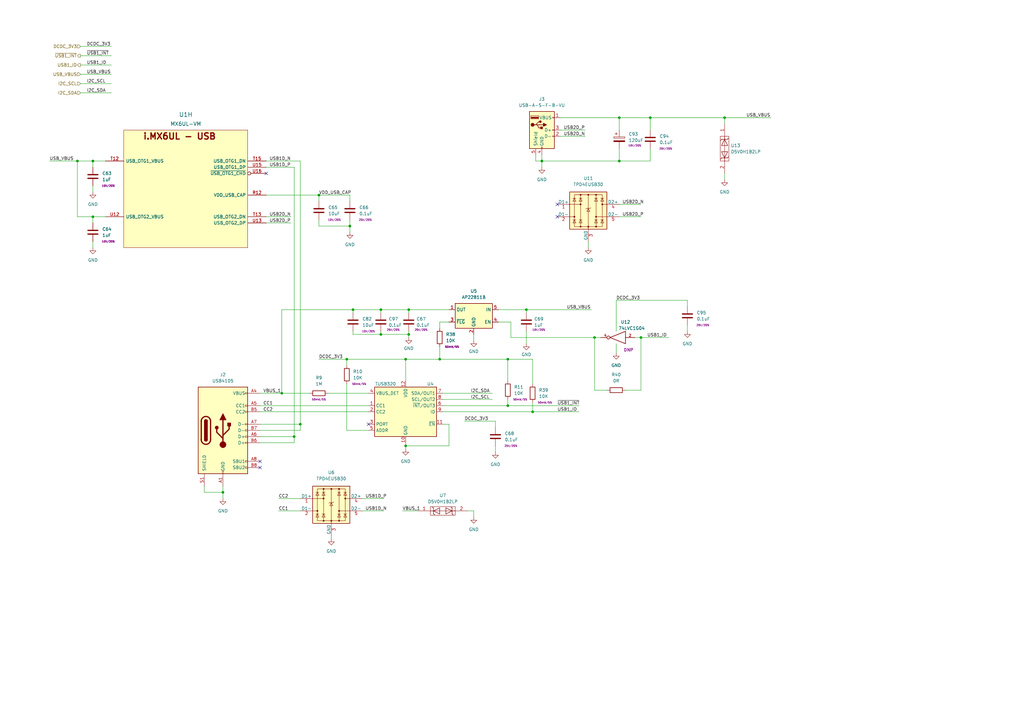
<source format=kicad_sch>
(kicad_sch (version 20211123) (generator eeschema)
  (paper "A3")
  (junction (at 180.34 147.32))
  (junction (at 262.89 138.43))
  (junction (at 243.84 138.43))
  (junction (at 123.19 173.99))
  (junction (at 167.64 137.16))
  (junction (at 208.28 166.37))
  (junction (at 120.65 179.07))
  (junction (at 38.1 88.9))
  (junction (at 266.7 48.26))
  (junction (at 166.37 147.32))
  (junction (at 130.81 80.01))
  (junction (at 254 48.26))
  (junction (at 208.28 147.32))
  (junction (at 156.21 127))
  (junction (at 156.21 137.16))
  (junction (at 142.24 147.32))
  (junction (at 218.44 168.91))
  (junction (at 215.9 127))
  (junction (at 222.25 66.04))
  (junction (at 31.75 66.04))
  (junction (at 91.44 201.93))
  (junction (at 143.51 92.71))
  (junction (at 115.57 161.29))
  (junction (at 144.78 127))
  (junction (at 38.1 66.04))
  (junction (at 297.18 48.26))
  (junction (at 167.64 127))
  (junction (at 166.37 182.88))
  (junction (at 254 66.04))
  (no_connect (at 151.13 173.99))
  (no_connect (at 228.6 88.9))
  (no_connect (at 228.6 83.82))
  (no_connect (at 109.22 71.12))
  (no_connect (at 106.68 189.23))
  (no_connect (at 106.68 191.77))
  (wire (pts (xy 167.64 137.16) (xy 167.64 138.43)))
  (wire (pts (xy 190.5 172.72) (xy 203.2 172.72)))
  (wire (pts (xy 203.2 175.26) (xy 203.2 172.72)))
  (wire (pts (xy 254 66.04) (xy 222.25 66.04)))
  (wire (pts (xy 115.57 127) (xy 144.78 127)))
  (wire (pts (xy 219.71 63.5) (xy 219.71 66.04)))
  (wire (pts (xy 114.3 209.55) (xy 123.19 209.55)))
  (wire (pts (xy 135.89 219.71) (xy 135.89 220.98)))
  (wire (pts (xy 203.2 182.88) (xy 203.2 185.42)))
  (wire (pts (xy 218.44 147.32) (xy 218.44 157.48)))
  (wire (pts (xy 181.61 161.29) (xy 201.93 161.29)))
  (wire (pts (xy 156.21 127) (xy 156.21 128.27)))
  (wire (pts (xy 208.28 166.37) (xy 237.49 166.37)))
  (wire (pts (xy 266.7 66.04) (xy 254 66.04)))
  (wire (pts (xy 266.7 48.26) (xy 297.18 48.26)))
  (wire (pts (xy 241.3 99.06) (xy 241.3 101.6)))
  (wire (pts (xy 222.25 66.04) (xy 222.25 68.58)))
  (wire (pts (xy 281.94 125.73) (xy 281.94 123.19)))
  (wire (pts (xy 181.61 168.91) (xy 218.44 168.91)))
  (wire (pts (xy 109.22 91.44) (xy 119.38 91.44)))
  (wire (pts (xy 20.32 66.04) (xy 31.75 66.04)))
  (wire (pts (xy 31.75 66.04) (xy 38.1 66.04)))
  (wire (pts (xy 115.57 127) (xy 115.57 161.29)))
  (wire (pts (xy 167.64 135.89) (xy 167.64 137.16)))
  (wire (pts (xy 243.84 138.43) (xy 246.38 138.43)))
  (wire (pts (xy 209.55 132.08) (xy 209.55 138.43)))
  (wire (pts (xy 38.1 88.9) (xy 31.75 88.9)))
  (wire (pts (xy 31.75 88.9) (xy 31.75 66.04)))
  (wire (pts (xy 165.1 209.55) (xy 171.45 209.55)))
  (wire (pts (xy 106.68 161.29) (xy 115.57 161.29)))
  (wire (pts (xy 130.81 80.01) (xy 143.51 80.01)))
  (wire (pts (xy 143.51 80.01) (xy 143.51 82.55)))
  (wire (pts (xy 109.22 80.01) (xy 130.81 80.01)))
  (wire (pts (xy 167.64 127) (xy 184.15 127)))
  (wire (pts (xy 106.68 179.07) (xy 120.65 179.07)))
  (wire (pts (xy 106.68 181.61) (xy 120.65 181.61)))
  (wire (pts (xy 218.44 165.1) (xy 218.44 168.91)))
  (wire (pts (xy 123.19 176.53) (xy 106.68 176.53)))
  (wire (pts (xy 209.55 138.43) (xy 243.84 138.43)))
  (wire (pts (xy 254 88.9) (xy 262.89 88.9)))
  (wire (pts (xy 229.87 48.26) (xy 254 48.26)))
  (wire (pts (xy 142.24 157.48) (xy 142.24 176.53)))
  (wire (pts (xy 142.24 176.53) (xy 151.13 176.53)))
  (wire (pts (xy 33.02 22.86) (xy 45.72 22.86)))
  (wire (pts (xy 123.19 66.04) (xy 123.19 173.99)))
  (wire (pts (xy 109.22 66.04) (xy 123.19 66.04)))
  (wire (pts (xy 254 60.96) (xy 254 66.04)))
  (wire (pts (xy 144.78 127) (xy 144.78 128.27)))
  (wire (pts (xy 83.82 199.39) (xy 83.82 201.93)))
  (wire (pts (xy 83.82 201.93) (xy 91.44 201.93)))
  (wire (pts (xy 130.81 90.17) (xy 130.81 92.71)))
  (wire (pts (xy 130.81 92.71) (xy 143.51 92.71)))
  (wire (pts (xy 38.1 99.06) (xy 38.1 101.6)))
  (wire (pts (xy 260.35 138.43) (xy 262.89 138.43)))
  (wire (pts (xy 143.51 92.71) (xy 143.51 95.25)))
  (wire (pts (xy 143.51 90.17) (xy 143.51 92.71)))
  (wire (pts (xy 38.1 76.2) (xy 38.1 78.74)))
  (wire (pts (xy 297.18 48.26) (xy 297.18 50.8)))
  (wire (pts (xy 156.21 135.89) (xy 156.21 137.16)))
  (wire (pts (xy 33.02 19.05) (xy 45.72 19.05)))
  (wire (pts (xy 109.22 88.9) (xy 119.38 88.9)))
  (wire (pts (xy 194.31 137.16) (xy 194.31 139.7)))
  (wire (pts (xy 38.1 91.44) (xy 38.1 88.9)))
  (wire (pts (xy 38.1 88.9) (xy 43.18 88.9)))
  (wire (pts (xy 215.9 135.89) (xy 215.9 140.97)))
  (wire (pts (xy 208.28 166.37) (xy 208.28 163.83)))
  (wire (pts (xy 181.61 166.37) (xy 208.28 166.37)))
  (wire (pts (xy 166.37 147.32) (xy 166.37 156.21)))
  (wire (pts (xy 142.24 147.32) (xy 166.37 147.32)))
  (wire (pts (xy 130.81 147.32) (xy 142.24 147.32)))
  (wire (pts (xy 262.89 138.43) (xy 274.32 138.43)))
  (wire (pts (xy 254 48.26) (xy 266.7 48.26)))
  (wire (pts (xy 156.21 127) (xy 167.64 127)))
  (wire (pts (xy 208.28 156.21) (xy 208.28 147.32)))
  (wire (pts (xy 208.28 147.32) (xy 180.34 147.32)))
  (wire (pts (xy 156.21 137.16) (xy 167.64 137.16)))
  (wire (pts (xy 184.15 132.08) (xy 180.34 132.08)))
  (wire (pts (xy 106.68 166.37) (xy 151.13 166.37)))
  (wire (pts (xy 33.02 38.1) (xy 45.72 38.1)))
  (wire (pts (xy 252.73 140.97) (xy 252.73 144.78)))
  (wire (pts (xy 180.34 147.32) (xy 166.37 147.32)))
  (wire (pts (xy 148.59 209.55) (xy 157.48 209.55)))
  (wire (pts (xy 130.81 80.01) (xy 130.81 82.55)))
  (wire (pts (xy 33.02 30.48) (xy 45.72 30.48)))
  (wire (pts (xy 248.92 160.02) (xy 243.84 160.02)))
  (wire (pts (xy 297.18 48.26) (xy 316.23 48.26)))
  (wire (pts (xy 114.3 204.47) (xy 123.19 204.47)))
  (wire (pts (xy 144.78 135.89) (xy 144.78 137.16)))
  (wire (pts (xy 297.18 71.12) (xy 297.18 73.66)))
  (wire (pts (xy 215.9 127) (xy 215.9 128.27)))
  (wire (pts (xy 204.47 127) (xy 215.9 127)))
  (wire (pts (xy 252.73 123.19) (xy 252.73 135.89)))
  (wire (pts (xy 123.19 173.99) (xy 123.19 176.53)))
  (wire (pts (xy 222.25 63.5) (xy 222.25 66.04)))
  (wire (pts (xy 38.1 66.04) (xy 43.18 66.04)))
  (wire (pts (xy 38.1 66.04) (xy 38.1 68.58)))
  (wire (pts (xy 219.71 66.04) (xy 222.25 66.04)))
  (wire (pts (xy 166.37 181.61) (xy 166.37 182.88)))
  (wire (pts (xy 166.37 182.88) (xy 166.37 184.15)))
  (wire (pts (xy 215.9 127) (xy 242.57 127)))
  (wire (pts (xy 229.87 53.34) (xy 240.03 53.34)))
  (wire (pts (xy 208.28 147.32) (xy 218.44 147.32)))
  (wire (pts (xy 281.94 133.35) (xy 281.94 135.89)))
  (wire (pts (xy 144.78 127) (xy 156.21 127)))
  (wire (pts (xy 33.02 26.67) (xy 45.72 26.67)))
  (wire (pts (xy 229.87 55.88) (xy 240.03 55.88)))
  (wire (pts (xy 254 83.82) (xy 262.89 83.82)))
  (wire (pts (xy 144.78 137.16) (xy 156.21 137.16)))
  (wire (pts (xy 134.62 161.29) (xy 151.13 161.29)))
  (wire (pts (xy 256.54 160.02) (xy 262.89 160.02)))
  (wire (pts (xy 252.73 123.19) (xy 281.94 123.19)))
  (wire (pts (xy 204.47 132.08) (xy 209.55 132.08)))
  (wire (pts (xy 266.7 48.26) (xy 266.7 53.34)))
  (wire (pts (xy 243.84 138.43) (xy 243.84 160.02)))
  (wire (pts (xy 180.34 142.24) (xy 180.34 147.32)))
  (wire (pts (xy 120.65 181.61) (xy 120.65 179.07)))
  (wire (pts (xy 33.02 34.29) (xy 45.72 34.29)))
  (wire (pts (xy 115.57 161.29) (xy 127 161.29)))
  (wire (pts (xy 148.59 204.47) (xy 157.48 204.47)))
  (wire (pts (xy 180.34 132.08) (xy 180.34 134.62)))
  (wire (pts (xy 120.65 68.58) (xy 120.65 179.07)))
  (wire (pts (xy 109.22 68.58) (xy 120.65 68.58)))
  (wire (pts (xy 106.68 173.99) (xy 123.19 173.99)))
  (wire (pts (xy 218.44 168.91) (xy 237.49 168.91)))
  (wire (pts (xy 91.44 201.93) (xy 91.44 204.47)))
  (wire (pts (xy 91.44 199.39) (xy 91.44 201.93)))
  (wire (pts (xy 106.68 168.91) (xy 151.13 168.91)))
  (wire (pts (xy 142.24 147.32) (xy 142.24 149.86)))
  (wire (pts (xy 181.61 163.83) (xy 201.93 163.83)))
  (wire (pts (xy 262.89 160.02) (xy 262.89 138.43)))
  (wire (pts (xy 254 48.26) (xy 254 53.34)))
  (wire (pts (xy 167.64 127) (xy 167.64 128.27)))
  (wire (pts (xy 194.31 212.09) (xy 194.31 209.55)))
  (wire (pts (xy 194.31 209.55) (xy 191.77 209.55)))
  (wire (pts (xy 266.7 60.96) (xy 266.7 66.04)))
  (wire (pts (xy 184.15 173.99) (xy 184.15 182.88)))
  (wire (pts (xy 181.61 173.99) (xy 184.15 173.99)))
  (wire (pts (xy 184.15 182.88) (xy 166.37 182.88)))
  (label "VDD_USB_CAP" (at 130.81 80.01 0))
  (label "~{USB1_INT}" (at 35.56 22.86 0))
  (label "DCDC_3V3" (at 190.5 172.72 0))
  (label "DCDC_3V3" (at 252.73 123.19 0))
  (label "VBUS_1" (at 165.1 209.55 0))
  (label "~{USB1_INT}" (at 228.6 166.37 0))
  (label "DCDC_3V3" (at 35.56 19.05 0))
  (label "CC2" (at 114.3 204.47 0))
  (label "USB2D_P" (at 231.14 53.34 0))
  (label "USB2D_N" (at 231.14 55.88 0))
  (label "I2C_SDA" (at 193.04 161.29 0))
  (label "USB_VBUS" (at 232.41 127 0))
  (label "I2C_SCL" (at 193.04 163.83 0))
  (label "CC2" (at 107.95 168.91 0))
  (label "USB2D_P" (at 110.49 91.44 0))
  (label "USB2D_P" (at 255.27 88.9 0))
  (label "USB2D_N" (at 255.27 83.82 0))
  (label "VBUS_1" (at 107.95 161.29 0))
  (label "I2C_SDA" (at 35.56 38.1 0))
  (label "USB1D_N" (at 149.86 209.55 0))
  (label "USB_VBUS" (at 35.56 30.48 0))
  (label "CC1" (at 114.3 209.55 0))
  (label "DCDC_3V3" (at 130.81 147.32 0))
  (label "USB1_ID" (at 228.6 168.91 0))
  (label "USB1D_N" (at 110.49 66.04 0))
  (label "I2C_SCL" (at 35.56 34.29 0))
  (label "USB1D_P" (at 149.86 204.47 0))
  (label "USB1D_P" (at 110.49 68.58 0))
  (label "USB2D_N" (at 110.49 88.9 0))
  (label "USB_VBUS" (at 20.32 66.04 0))
  (label "USB_VBUS" (at 306.07 48.26 0))
  (label "USB1_ID" (at 35.56 26.67 0))
  (label "CC1" (at 107.95 166.37 0))
  (label "USB1_ID" (at 265.43 138.43 0))
  (hierarchical_label "I2C_SCL" (shape input) (at 33.02 34.29 180))
  (hierarchical_label "~{USB1_INT}" (shape output) (at 33.02 22.86 180))
  (hierarchical_label "USB_VBUS" (shape input) (at 33.02 30.48 180))
  (hierarchical_label "USB1_ID" (shape output) (at 33.02 26.67 180))
  (hierarchical_label "DCDC_3V3" (shape input) (at 33.02 19.05 180))
  (hierarchical_label "I2C_SDA" (shape input) (at 33.02 38.1 180))
  (symbol (lib_id "power:GND") (at 297.18 73.66 0) (unit 1)
    (property "Reference" "#PWR0176" (effects hide))
    (property "Value" "GND" (at 297.18 78.74 0))
  )
  (symbol (lib_id "Device:C_Polarized") (at 254 57.15 0) (unit 1)
    (property "Reference" "C93" (at 257.81 54.9909 0) (effects (justify left)))
    (property "Value" "120uF" (at 257.81 57.5309 0) (effects (justify left)))
    (property "Footprint" "Capacitor_SMD:CP_Elec_6.3x4.9" (effects hide))
    (property "Rating" "10V/20%" (at 260.35 59.69 0) (effects (font (size 0.762 0.762))))
    (property "DigiKey_PN" "732-6413-1-ND" (effects hide))
    (property "MPN" "875105244013" (effects hide))
  )
  (symbol (lib_id "74xGxx:74LVC1G04") (at 252.73 138.43 0) (mirror y) (unit 1)
    (property "Reference" "U12" (at 256.54 132.08 0))
    (property "Value" "74LVC1G04" (at 259.08 134.62 0))
    (property "Footprint" "Package_TO_SOT_SMD:SOT-23-5" (effects hide))
    (property "Datasheet" "https://www.ti.com/lit/ds/symlink/sn74lvc1g04.pdf" (effects hide))
    (property "DigiKey_PN" "296-11599-1-ND" (effects hide))
    (property "MPN" "SN74LVC1G04DBVR" (effects hide))
    (property "DNP" "DNP" (at 257.81 143.51 0))
  )
  (symbol (lib_id "power:GND") (at 194.31 139.7 0) (unit 1)
    (property "Reference" "#PWR0138" (effects hide))
    (property "Value" "GND" (at 194.31 144.145 0))
  )
  (symbol (lib_id "power:GND") (at 194.31 212.09 0) (unit 1)
    (property "Reference" "#PWR0141" (effects hide))
    (property "Value" "GND" (at 194.31 217.17 0))
  )
  (symbol (lib_id "qsbc-zero:D5V0H1B2LP") (at 298.45 60.96 270) (unit 1)
    (property "Reference" "U13" (at 299.72 59.6899 90) (effects (justify left)))
    (property "Value" "D5V0H1B2LP" (at 299.72 62.2299 90) (effects (justify left)))
    (property "Footprint" "qsbc-zero:DFN100X60X45-2N" (effects hide))
    (property "DigiKey_PN" "D5V0H1B2LP-7BDICT-ND" (effects hide))
    (property "MPN" "D5V0H1B2LP-7B" (effects hide))
  )
  (symbol (lib_id "Power_Management:AP22814AW5") (at 194.31 129.54 0) (mirror y) (unit 1)
    (property "Reference" "U5" (at 194.31 119.38 0))
    (property "Value" "AP22811B" (at 194.31 121.92 0))
    (property "Footprint" "Package_TO_SOT_SMD:SOT-23-5" (effects hide))
    (property "Datasheet" "https://www.diodes.com/assets/Datasheets/AP22811.pdf" (effects hide))
    (property "DigiKey_PN" "AP22811BW5-7DICT-ND" (effects hide))
    (property "MPN" "AP22811BW5-7" (effects hide))
  )
  (symbol (lib_id "power:GND") (at 166.37 184.15 0) (unit 1)
    (property "Reference" "#PWR0142" (effects hide))
    (property "Value" "GND" (at 166.37 189.23 0))
  )
  (symbol (lib_id "power:GND") (at 38.1 78.74 0) (unit 1)
    (property "Reference" "#PWR0144" (effects hide))
    (property "Value" "GND" (at 38.1 83.82 0))
  )
  (symbol (lib_id "Device:R") (at 142.24 153.67 0) (unit 1)
    (property "Reference" "R10" (at 144.78 152.3999 0) (effects (justify left)))
    (property "Value" "10K" (at 144.78 154.9399 0) (effects (justify left)))
    (property "Footprint" "Resistor_SMD:R_0402_1005Metric" (effects hide))
    (property "Rating" "50mW/5%" (at 147.32 157.48 0) (effects (font (size 0.762 0.762))))
    (property "DigiKey_PN" "311-10KJRCT-ND" (effects hide))
    (property "MPN" "RC0402JR-0710KL" (effects hide))
  )
  (symbol (lib_id "power:GND") (at 241.3 101.6 0) (unit 1)
    (property "Reference" "#PWR0174" (effects hide))
    (property "Value" "GND" (at 241.3 106.68 0))
  )
  (symbol (lib_id "qsbc-zero:MX6UL-VM") (at 76.2 53.34 0) (unit 8)
    (property "Reference" "U1" (at 76.2 46.99 0) (effects (font (size 1.778 1.778))))
    (property "Value" "MX6UL-VM" (at 76.2 50.8 0) (effects (font (size 1.524 1.524))))
    (property "Footprint" "qsbc-zero:SOT1534-2" (effects hide))
    (property "DigiKey_PN" "568-14995-ND" (effects hide))
    (property "MPN" "MCIMX6Y2DVM09AB" (effects hide))
  )
  (symbol (lib_id "power:GND") (at 203.2 185.42 0) (unit 1)
    (property "Reference" "#PWR0140" (effects hide))
    (property "Value" "GND" (at 203.2 190.5 0))
  )
  (symbol (lib_id "Device:C") (at 215.9 132.08 0) (unit 1)
    (property "Reference" "C69" (at 219.075 130.8099 0) (effects (justify left)))
    (property "Value" "1uF" (at 219.075 133.3499 0) (effects (justify left)))
    (property "Footprint" "Capacitor_SMD:C_0402_1005Metric" (effects hide))
    (property "Rating" "10V/20%" (at 220.98 135.255 0) (effects (font (size 0.762 0.762))))
    (property "DigiKey_PN" "490-13409-1-ND" (effects hide))
    (property "MPN" "GCM155C71A105KE38D" (effects hide))
  )
  (symbol (lib_id "power:GND") (at 91.44 204.47 0) (unit 1)
    (property "Reference" "#PWR0136" (effects hide))
    (property "Value" "GND" (at 91.44 209.55 0))
  )
  (symbol (lib_id "Device:C") (at 167.64 132.08 0) (unit 1)
    (property "Reference" "C67" (at 170.815 130.8099 0) (effects (justify left)))
    (property "Value" "0.1uF" (at 170.815 133.3499 0) (effects (justify left)))
    (property "Footprint" "Capacitor_SMD:C_0402_1005Metric" (effects hide))
    (property "Rating" "25V/20%" (at 172.72 135.255 0) (effects (font (size 0.762 0.762))))
    (property "DigiKey_PN" "490-14603-1-ND" (effects hide))
    (property "MPN" "GRM155R71E104KE14J" (effects hide))
  )
  (symbol (lib_id "Device:R") (at 208.28 160.02 0) (unit 1)
    (property "Reference" "R11" (at 210.82 158.7499 0) (effects (justify left)))
    (property "Value" "10K" (at 210.82 161.2899 0) (effects (justify left)))
    (property "Footprint" "Resistor_SMD:R_0402_1005Metric" (effects hide))
    (property "Rating" "50mW/5%" (at 213.36 163.83 0) (effects (font (size 0.762 0.762))))
    (property "DigiKey_PN" "311-10KJRCT-ND" (effects hide))
    (property "MPN" "RC0402JR-0710KL" (effects hide))
  )
  (symbol (lib_id "Device:C") (at 143.51 86.36 0) (unit 1)
    (property "Reference" "C66" (at 147.32 85.0899 0) (effects (justify left)))
    (property "Value" "0.1uF" (at 147.32 87.6299 0) (effects (justify left)))
    (property "Footprint" "Capacitor_SMD:C_0402_1005Metric" (effects hide))
    (property "Rating" "25V/20%" (at 149.86 90.17 0) (effects (font (size 0.762 0.762))))
    (property "DigiKey_PN" "490-14603-1-ND" (effects hide))
    (property "MPN" "GRM155R71E104KE14J" (effects hide))
  )
  (symbol (lib_id "power:GND") (at 222.25 68.58 0) (unit 1)
    (property "Reference" "#PWR0175" (effects hide))
    (property "Value" "GND" (at 222.25 73.66 0))
  )
  (symbol (lib_id "qsbc-zero:TPD4EUSB30") (at 241.3 86.36 0) (unit 1)
    (property "Reference" "U11" (at 241.3 73.1314 0))
    (property "Value" "TPD4EUSB30" (at 241.3 75.6714 0))
    (property "Footprint" "Package_SON:USON-10_2.5x1.0mm_P0.5mm" (effects hide))
    (property "Datasheet" "http://www.ti.com/lit/ds/symlink/tpd2eusb30a.pdf" (effects hide))
    (property "DigiKey_PN" "296-28063-1-ND" (effects hide))
    (property "MPN" "TPD4EUSB30DQAR" (effects hide))
  )
  (symbol (lib_id "Device:C") (at 38.1 72.39 0) (unit 1)
    (property "Reference" "C63" (at 41.91 71.1199 0) (effects (justify left)))
    (property "Value" "1uF" (at 41.91 73.6599 0) (effects (justify left)))
    (property "Footprint" "Capacitor_SMD:C_0402_1005Metric" (effects hide))
    (property "Rating" "10V/20%" (at 44.45 76.2 0) (effects (font (size 0.762 0.762))))
    (property "DigiKey_PN" "490-13409-1-ND" (effects hide))
    (property "MPN" "GCM155C71A105KE38D" (effects hide))
  )
  (symbol (lib_id "Device:C") (at 156.21 132.08 0) (unit 1)
    (property "Reference" "C97" (at 159.385 130.8099 0) (effects (justify left)))
    (property "Value" "0.1uF" (at 159.385 133.3499 0) (effects (justify left)))
    (property "Footprint" "Capacitor_SMD:C_0402_1005Metric" (effects hide))
    (property "Rating" "25V/20%" (at 161.29 135.255 0) (effects (font (size 0.762 0.762))))
    (property "DigiKey_PN" "490-14603-1-ND" (effects hide))
    (property "MPN" "GRM155R71E104KE14J" (effects hide))
  )
  (symbol (lib_id "Device:R") (at 130.81 161.29 90) (unit 1)
    (property "Reference" "R9" (at 130.81 154.94 90))
    (property "Value" "1M" (at 130.81 157.48 90))
    (property "Footprint" "Resistor_SMD:R_0402_1005Metric" (effects hide))
    (property "Rating" "50mW/5%" (at 130.81 163.83 90) (effects (font (size 0.762 0.762))))
    (property "DigiKey_PN" "311-1.0MJRCT-ND" (effects hide))
    (property "MPN" "RC0402JR-071ML" (effects hide))
  )
  (symbol (lib_id "Device:C") (at 144.78 132.08 0) (unit 1)
    (property "Reference" "C82" (at 148.59 130.8099 0) (effects (justify left)))
    (property "Value" "10uF" (at 148.59 133.3499 0) (effects (justify left)))
    (property "Footprint" "Capacitor_SMD:C_0402_1005Metric" (effects hide))
    (property "Rating" "10V/20%" (at 151.13 135.89 0) (effects (font (size 0.762 0.762))))
    (property "DigiKey_PN" "1276-1450-1-ND" (effects hide))
    (property "MPN" "CL05A106MP5NUNC" (effects hide))
  )
  (symbol (lib_id "Interface_USB:TUSB320") (at 166.37 168.91 0) (mirror y) (unit 1)
    (property "Reference" "U4" (at 176.53 157.48 0))
    (property "Value" "TUSB320" (at 158.115 157.48 0))
    (property "Footprint" "Package_DFN_QFN:Texas_X2QFN-12_1.6x1.6mm_P0.4mm" (effects hide))
    (property "Datasheet" "http://www.ti.com/lit/ds/symlink/tusb320.pdf" (effects hide))
    (property "DigiKey_PN" "296-43142-1-ND" (effects hide))
    (property "MPN" "TUSB320LAIRWBR" (effects hide))
  )
  (symbol (lib_id "power:GND") (at 281.94 135.89 0) (unit 1)
    (property "Reference" "#PWR0173" (effects hide))
    (property "Value" "GND" (at 281.94 140.97 0))
  )
  (symbol (lib_id "qsbc-zero:TPD4EUSB30") (at 135.89 207.01 0) (unit 1)
    (property "Reference" "U6" (at 135.89 193.7814 0))
    (property "Value" "TPD4EUSB30" (at 135.89 196.3214 0))
    (property "Footprint" "Package_SON:USON-10_2.5x1.0mm_P0.5mm" (effects hide))
    (property "Datasheet" "http://www.ti.com/lit/ds/symlink/tpd2eusb30a.pdf" (effects hide))
    (property "DigiKey_PN" "296-28063-1-ND" (effects hide))
    (property "MPN" "TPD4EUSB30DQAR" (effects hide))
  )
  (symbol (lib_id "Device:C") (at 266.7 57.15 0) (unit 1)
    (property "Reference" "C94" (at 270.51 55.8799 0) (effects (justify left)))
    (property "Value" "0.1uF" (at 270.51 58.4199 0) (effects (justify left)))
    (property "Footprint" "Capacitor_SMD:C_0402_1005Metric" (effects hide))
    (property "Rating" "25V/20%" (at 273.05 60.96 0) (effects (font (size 0.762 0.762))))
    (property "DigiKey_PN" "490-14603-1-ND" (effects hide))
    (property "MPN" "GRM155R71E104KE14J" (effects hide))
  )
  (symbol (lib_id "Device:R") (at 218.44 161.29 0) (unit 1)
    (property "Reference" "R39" (at 220.98 160.0199 0) (effects (justify left)))
    (property "Value" "10K" (at 220.98 162.5599 0) (effects (justify left)))
    (property "Footprint" "Resistor_SMD:R_0402_1005Metric" (effects hide))
    (property "Rating" "50mW/5%" (at 223.52 165.1 0) (effects (font (size 0.762 0.762))))
    (property "DigiKey_PN" "311-10KJRCT-ND" (effects hide))
    (property "MPN" "RC0402JR-0710KL" (effects hide))
  )
  (symbol (lib_id "Device:R") (at 252.73 160.02 90) (unit 1)
    (property "Reference" "R40" (at 252.73 153.67 90))
    (property "Value" "0R" (at 252.73 156.21 90))
    (property "Footprint" "Resistor_SMD:R_0402_1005Metric" (effects hide))
    (property "DigiKey_PN" "311-0.0LRCT-ND" (effects hide))
    (property "MPN" "RC0402FR-070RL" (effects hide))
  )
  (symbol (lib_id "Device:C") (at 281.94 129.54 0) (unit 1)
    (property "Reference" "C95" (at 285.75 128.2699 0) (effects (justify left)))
    (property "Value" "0.1uF" (at 285.75 130.8099 0) (effects (justify left)))
    (property "Footprint" "Capacitor_SMD:C_0402_1005Metric" (effects hide))
    (property "Rating" "25V/20%" (at 288.29 133.35 0) (effects (font (size 0.762 0.762))))
    (property "DigiKey_PN" "490-14603-1-ND" (effects hide))
    (property "MPN" "GRM155R71E104KE14J" (effects hide))
  )
  (symbol (lib_id "power:GND") (at 38.1 101.6 0) (unit 1)
    (property "Reference" "#PWR0143" (effects hide))
    (property "Value" "GND" (at 38.1 106.68 0))
  )
  (symbol (lib_id "power:GND") (at 143.51 95.25 0) (unit 1)
    (property "Reference" "#PWR0134" (effects hide))
    (property "Value" "GND" (at 143.51 100.33 0))
  )
  (symbol (lib_id "power:GND") (at 167.64 138.43 0) (unit 1)
    (property "Reference" "#PWR0137" (effects hide))
    (property "Value" "GND" (at 167.64 142.875 0))
  )
  (symbol (lib_id "Device:R") (at 180.34 138.43 0) (unit 1)
    (property "Reference" "R38" (at 182.88 137.1599 0) (effects (justify left)))
    (property "Value" "10K" (at 182.88 139.6999 0) (effects (justify left)))
    (property "Footprint" "Resistor_SMD:R_0402_1005Metric" (effects hide))
    (property "Rating" "50mW/5%" (at 185.42 142.24 0) (effects (font (size 0.762 0.762))))
    (property "DigiKey_PN" "311-10KJRCT-ND" (effects hide))
    (property "MPN" "RC0402JR-0710KL" (effects hide))
  )
  (symbol (lib_id "Connector:USB_C_Receptacle_USB2.0") (at 91.44 176.53 0) (unit 1)
    (property "Reference" "J2" (at 91.44 153.67 0))
    (property "Value" "USB4105" (at 91.44 156.21 0))
    (property "Footprint" "Connector_USB:USB_C_Receptacle_HRO_TYPE-C-31-M-12" (effects hide))
    (property "Datasheet" "https://www.usb.org/sites/default/files/documents/usb_type-c.zip" (effects hide))
    (property "DigiKey_PN" "2073-USB4105-GF-ACT-ND" (effects hide))
    (property "MPN" "USB4105-GF-A" (effects hide))
  )
  (symbol (lib_id "power:GND") (at 135.89 220.98 0) (unit 1)
    (property "Reference" "#PWR0135" (effects hide))
    (property "Value" "GND" (at 135.89 226.06 0))
  )
  (symbol (lib_id "Device:C") (at 130.81 86.36 0) (unit 1)
    (property "Reference" "C65" (at 134.62 85.0899 0) (effects (justify left)))
    (property "Value" "10uF" (at 134.62 87.6299 0) (effects (justify left)))
    (property "Footprint" "Capacitor_SMD:C_0402_1005Metric" (effects hide))
    (property "Rating" "10V/20%" (at 137.16 90.17 0) (effects (font (size 0.762 0.762))))
    (property "DigiKey_PN" "1276-1450-1-ND" (effects hide))
    (property "MPN" "CL05A106MP5NUNC" (effects hide))
  )
  (symbol (lib_id "qsbc-zero:D5V0H1B2LP") (at 181.61 208.28 0) (unit 1)
    (property "Reference" "U7" (at 181.61 203.2 0))
    (property "Value" "D5V0H1B2LP" (at 181.61 205.74 0))
    (property "Footprint" "qsbc-zero:DFN100X60X45-2N" (effects hide))
    (property "DigiKey_PN" "D5V0H1B2LP-7BDICT-ND" (effects hide))
    (property "MPN" "D5V0H1B2LP-7B" (effects hide))
  )
  (symbol (lib_id "power:GND") (at 252.73 144.78 0) (unit 1)
    (property "Reference" "#PWR0172" (effects hide))
    (property "Value" "GND" (at 252.73 149.86 0))
  )
  (symbol (lib_id "Connector:USB_A") (at 222.25 53.34 0) (unit 1)
    (property "Reference" "J3" (at 222.25 40.64 0))
    (property "Value" "USB-A-S-F-B-VU" (at 222.25 43.18 0))
    (property "Footprint" "qsbc-zero:SAMTEC_USB-A-S-X-X-VU" (effects hide))
    (property "Datasheet" " ~" (effects hide))
    (property "DigiKey_PN" "SAM10862-ND" (effects hide))
    (property "MPN" "USB-A-S-F-B-VU" (effects hide))
  )
  (symbol (lib_id "Device:C") (at 38.1 95.25 0) (unit 1)
    (property "Reference" "C64" (at 41.91 93.9799 0) (effects (justify left)))
    (property "Value" "1uF" (at 41.91 96.5199 0) (effects (justify left)))
    (property "Footprint" "Capacitor_SMD:C_0402_1005Metric" (effects hide))
    (property "Rating" "10V/20%" (at 44.45 99.06 0) (effects (font (size 0.762 0.762))))
    (property "DigiKey_PN" "490-13409-1-ND" (effects hide))
    (property "MPN" "GCM155C71A105KE38D" (effects hide))
  )
  (symbol (lib_id "power:GND") (at 215.9 140.97 0) (unit 1)
    (property "Reference" "#PWR0139" (effects hide))
    (property "Value" "GND" (at 215.9 145.415 0))
  )
  (symbol (lib_id "Device:C") (at 203.2 179.07 0) (unit 1)
    (property "Reference" "C68" (at 207.01 177.7999 0) (effects (justify left)))
    (property "Value" "0.1uF" (at 207.01 180.3399 0) (effects (justify left)))
    (property "Footprint" "Capacitor_SMD:C_0402_1005Metric" (effects hide))
    (property "Rating" "25V/20%" (at 209.55 182.88 0) (effects (font (size 0.762 0.762))))
    (property "DigiKey_PN" "490-14603-1-ND" (effects hide))
    (property "MPN" "GRM155R71E104KE14J" (effects hide))
  )
)
</source>
